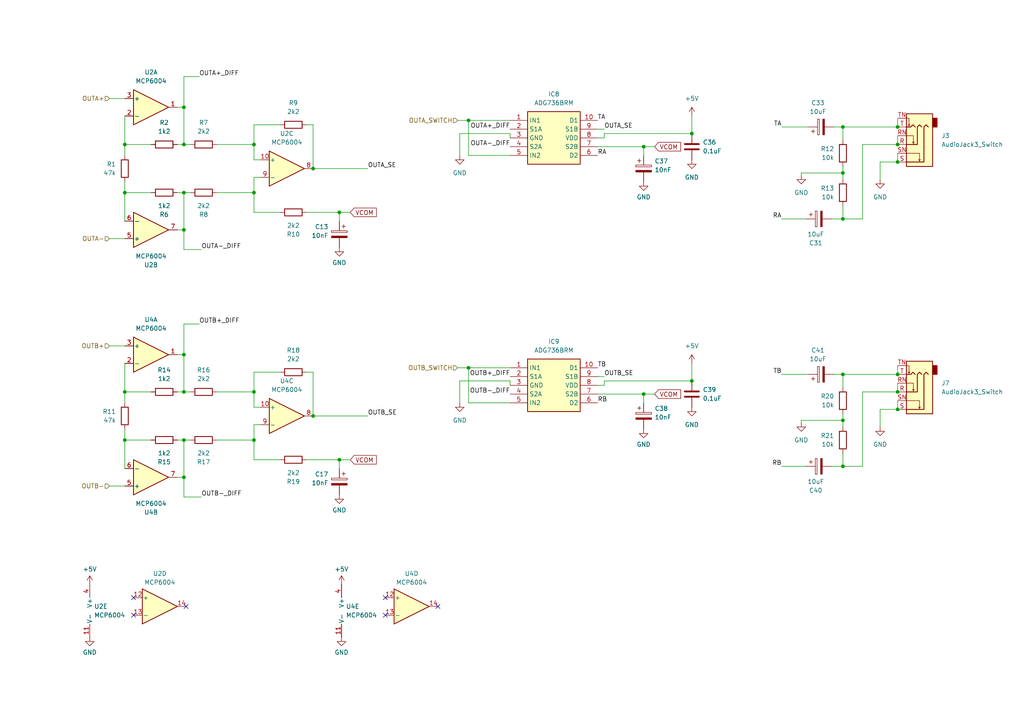
<source format=kicad_sch>
(kicad_sch (version 20230121) (generator eeschema)
  (paper "A4")
  (lib_symbols
    (symbol "Amplifier_Operational:MCP6004" (pin_names (offset 0.127))
      (property "Reference" "U" (at 0 5.08 0))
      (property "Value" "MCP6004" (at 0 -5.08 0))
      (symbol "MCP6004_1_1"
        (polyline (pts (xy -5.08 5.08) (xy 5.08 0) (xy -5.08 -5.08) (xy -5.08 5.08)) (stroke (width 0.254)) (fill (type background)))
        (pin output line (at 7.62 0 180) (length 2.54) (name "~") (number "1"))
        (pin input line (at -7.62 -2.54 0) (length 2.54) (name "-") (number "2"))
        (pin input line (at -7.62 2.54 0) (length 2.54) (name "+") (number "3"))
      )
      (symbol "MCP6004_2_1"
        (polyline (pts (xy -5.08 5.08) (xy 5.08 0) (xy -5.08 -5.08) (xy -5.08 5.08)) (stroke (width 0.254)) (fill (type background)))
        (pin input line (at -7.62 2.54 0) (length 2.54) (name "+") (number "5"))
        (pin input line (at -7.62 -2.54 0) (length 2.54) (name "-") (number "6"))
        (pin output line (at 7.62 0 180) (length 2.54) (name "~") (number "7"))
      )
      (symbol "MCP6004_3_1"
        (polyline (pts (xy -5.08 5.08) (xy 5.08 0) (xy -5.08 -5.08) (xy -5.08 5.08)) (stroke (width 0.254)) (fill (type background)))
        (pin input line (at -7.62 2.54 0) (length 2.54) (name "+") (number "10"))
        (pin output line (at 7.62 0 180) (length 2.54) (name "~") (number "8"))
        (pin input line (at -7.62 -2.54 0) (length 2.54) (name "-") (number "9"))
      )
      (symbol "MCP6004_4_1"
        (polyline (pts (xy -5.08 5.08) (xy 5.08 0) (xy -5.08 -5.08) (xy -5.08 5.08)) (stroke (width 0.254)) (fill (type background)))
        (pin input line (at -7.62 2.54 0) (length 2.54) (name "+") (number "12"))
        (pin input line (at -7.62 -2.54 0) (length 2.54) (name "-") (number "13"))
        (pin output line (at 7.62 0 180) (length 2.54) (name "~") (number "14"))
      )
      (symbol "MCP6004_5_1"
        (pin power_in line (at -2.54 -7.62 90) (length 3.81) (name "V-") (number "11"))
        (pin power_in line (at -2.54 7.62 270) (length 3.81) (name "V+") (number "4"))
      )
    )
    (symbol "Connector_Audio:AudioJack3_Switch"
      (property "Reference" "J" (at 0 11.43 0))
      (property "Value" "AudioJack3_Switch" (at 0 8.89 0))
      (symbol "AudioJack3_Switch_0_1"
        (rectangle (start -5.08 -5.08) (end -6.35 -7.62) (stroke (width 0.254)) (fill (type outline)))
        (polyline (pts (xy -1.27 4.826) (xy -1.016 4.318)))
        (polyline (pts (xy 0.508 -0.254) (xy 0.762 -0.762)))
        (polyline (pts (xy 1.778 -5.334) (xy 2.032 -5.842)))
        (polyline (pts (xy 0 -5.08) (xy 0.635 -5.715) (xy 1.27 -5.08) (xy 2.54 -5.08)) (stroke (width 0.254)))
        (polyline (pts (xy 2.54 -7.62) (xy 1.778 -7.62) (xy 1.778 -5.334) (xy 1.524 -5.842)))
        (polyline (pts (xy 2.54 -2.54) (xy 0.508 -2.54) (xy 0.508 -0.254) (xy 0.254 -0.762)))
        (polyline (pts (xy 2.54 2.54) (xy -1.27 2.54) (xy -1.27 4.826) (xy -1.524 4.318)))
        (polyline (pts (xy -1.905 -5.08) (xy -1.27 -5.715) (xy -0.635 -5.08) (xy -0.635 0) (xy 2.54 0)) (stroke (width 0.254)))
        (polyline (pts (xy 2.54 5.08) (xy -2.54 5.08) (xy -2.54 -5.08) (xy -3.175 -5.715) (xy -3.81 -5.08)) (stroke (width 0.254)))
        (rectangle (start 2.54 6.35) (end -5.08 -8.89) (stroke (width 0.254)) (fill (type background)))
      )
      (symbol "AudioJack3_Switch_1_1"
        (pin passive line (at 5.08 0 180) (length 2.54) (name "~") (number "R"))
        (pin passive line (at 5.08 -2.54 180) (length 2.54) (name "~") (number "RN"))
        (pin passive line (at 5.08 5.08 180) (length 2.54) (name "~") (number "S"))
        (pin passive line (at 5.08 2.54 180) (length 2.54) (name "~") (number "SN"))
        (pin passive line (at 5.08 -5.08 180) (length 2.54) (name "~") (number "T"))
        (pin passive line (at 5.08 -7.62 180) (length 2.54) (name "~") (number "TN"))
      )
    )
    (symbol "Device:C" (pin_numbers hide) (pin_names (offset 0.254))
      (property "Reference" "C" (at 0.635 2.54 0))
      (property "Value" "C" (at 0.635 -2.54 0))
      (symbol "C_0_1"
        (polyline (pts (xy -2.032 -0.762) (xy 2.032 -0.762)) (stroke (width 0.508)))
        (polyline (pts (xy -2.032 0.762) (xy 2.032 0.762)) (stroke (width 0.508)))
      )
      (symbol "C_1_1"
        (pin passive line (at 0 3.81 270) (length 2.794) (name "~") (number "1"))
        (pin passive line (at 0 -3.81 90) (length 2.794) (name "~") (number "2"))
      )
    )
    (symbol "Device:C_Polarized" (pin_numbers hide) (pin_names (offset 0.254))
      (property "Reference" "C" (at 0.635 2.54 0))
      (property "Value" "C_Polarized" (at 0.635 -2.54 0))
      (symbol "C_Polarized_0_1"
        (rectangle (start -2.286 0.508) (end 2.286 1.016))
        (polyline (pts (xy -1.778 2.286) (xy -0.762 2.286)))
        (polyline (pts (xy -1.27 2.794) (xy -1.27 1.778)))
        (rectangle (start 2.286 -0.508) (end -2.286 -1.016) (fill (type outline)))
      )
      (symbol "C_Polarized_1_1"
        (pin passive line (at 0 3.81 270) (length 2.794) (name "~") (number "1"))
        (pin passive line (at 0 -3.81 90) (length 2.794) (name "~") (number "2"))
      )
    )
    (symbol "Device:R" (pin_numbers hide) (pin_names (offset 0))
      (property "Reference" "R" (at 2.032 0 90))
      (property "Value" "R" (at 0 0 90))
      (symbol "R_0_1"
        (rectangle (start -1.016 -2.54) (end 1.016 2.54) (stroke (width 0.254)))
      )
      (symbol "R_1_1"
        (pin passive line (at 0 3.81 270) (length 1.27) (name "~") (number "1"))
        (pin passive line (at 0 -3.81 90) (length 1.27) (name "~") (number "2"))
      )
    )
    (symbol "SamacSys:ADG736BRM"
      (property "Reference" "IC" (at 21.59 7.62 0))
      (property "Value" "ADG736BRM" (at 21.59 5.08 0))
      (symbol "ADG736BRM_1_1"
        (rectangle (start 5.08 2.54) (end 20.32 -12.7) (stroke (width 0.254)) (fill (type background)))
        (pin passive line (at 0 0 0) (length 5.08) (name "IN1") (number "1"))
        (pin passive line (at 25.4 0 180) (length 5.08) (name "D1") (number "10"))
        (pin passive line (at 0 -2.54 0) (length 5.08) (name "S1A") (number "2"))
        (pin passive line (at 0 -5.08 0) (length 5.08) (name "GND") (number "3"))
        (pin passive line (at 0 -7.62 0) (length 5.08) (name "S2A") (number "4"))
        (pin passive line (at 0 -10.16 0) (length 5.08) (name "IN2") (number "5"))
        (pin passive line (at 25.4 -10.16 180) (length 5.08) (name "D2") (number "6"))
        (pin passive line (at 25.4 -7.62 180) (length 5.08) (name "S2B") (number "7"))
        (pin passive line (at 25.4 -5.08 180) (length 5.08) (name "VDD") (number "8"))
        (pin passive line (at 25.4 -2.54 180) (length 5.08) (name "S1B") (number "9"))
      )
    )
    (symbol "power:+5V" (power) (pin_names (offset 0))
      (property "Value" "+5V" (at 0 3.556 0))
      (symbol "+5V_0_1"
        (polyline (pts (xy -0.762 1.27) (xy 0 2.54)))
        (polyline (pts (xy 0 0) (xy 0 2.54)))
        (polyline (pts (xy 0 2.54) (xy 0.762 1.27)))
      )
      (symbol "+5V_1_1"
        (pin power_in line (at 0 0 90) (length 0) hide (name "+5V") (number "1"))
      )
    )
    (symbol "power:GND" (power) (pin_names (offset 0))
      (property "Value" "GND" (at 0 -3.81 0))
      (symbol "GND_0_1"
        (polyline (pts (xy 0 0) (xy 0 -1.27) (xy 1.27 -1.27) (xy 0 -2.54) (xy -1.27 -1.27) (xy 0 -1.27)))
      )
      (symbol "GND_1_1"
        (pin power_in line (at 0 0 270) (length 0) hide (name "GND") (number "1"))
      )
    )
  )
  (junction (at 244.475 108.585))
  (junction (at 260.35 46.99))
  (junction (at 186.69 42.545))
  (junction (at 73.66 55.88))
  (junction (at 200.66 110.49))
  (junction (at 53.34 138.43))
  (junction (at 260.35 118.745))
  (junction (at 53.34 66.675))
  (junction (at 53.34 113.665))
  (junction (at 36.195 127.635))
  (junction (at 73.66 127.635))
  (junction (at 135.89 34.925))
  (junction (at 260.35 108.585))
  (junction (at 244.475 135.255))
  (junction (at 53.34 55.88))
  (junction (at 53.34 127.635))
  (junction (at 98.425 61.595))
  (junction (at 73.66 41.91))
  (junction (at 36.195 41.91))
  (junction (at 200.66 38.735))
  (junction (at 90.805 48.895))
  (junction (at 244.475 63.5))
  (junction (at 260.35 36.83))
  (junction (at 36.195 55.88))
  (junction (at 135.89 106.68))
  (junction (at 53.34 102.87))
  (junction (at 244.475 50.165))
  (junction (at 73.66 113.665))
  (junction (at 36.195 113.665))
  (junction (at 260.35 113.665))
  (junction (at 244.475 121.92))
  (junction (at 244.475 36.83))
  (junction (at 53.34 41.91))
  (junction (at 53.34 31.115))
  (junction (at 186.69 114.3))
  (junction (at 90.805 120.65))
  (junction (at 260.35 41.91))
  (junction (at 98.425 133.35))
  (no_connect (at 111.76 178.435))
  (no_connect (at 127 175.895))
  (no_connect (at 38.735 178.435))
  (no_connect (at 53.975 175.895))
  (no_connect (at 38.735 173.355))
  (no_connect (at 111.76 173.355))
  (wire (pts (xy 255.27 52.07) (xy 255.27 46.99)))
  (wire (pts (xy 51.435 102.87) (xy 53.34 102.87)))
  (wire (pts (xy 244.475 36.83) (xy 260.35 36.83)))
  (wire (pts (xy 175.26 110.49) (xy 200.66 110.49)))
  (wire (pts (xy 90.805 120.65) (xy 106.68 120.65)))
  (wire (pts (xy 53.34 93.98) (xy 53.34 102.87)))
  (wire (pts (xy 51.435 55.88) (xy 53.34 55.88)))
  (wire (pts (xy 36.195 127.635) (xy 43.815 127.635)))
  (wire (pts (xy 147.955 110.49) (xy 133.35 110.49)))
  (wire (pts (xy 244.475 63.5) (xy 250.19 63.5)))
  (wire (pts (xy 51.435 113.665) (xy 53.34 113.665)))
  (wire (pts (xy 133.35 110.49) (xy 133.35 116.84)))
  (wire (pts (xy 98.425 61.595) (xy 101.6 61.595)))
  (wire (pts (xy 73.66 118.11) (xy 75.565 118.11)))
  (wire (pts (xy 31.75 69.215) (xy 36.195 69.215)))
  (wire (pts (xy 260.35 113.665) (xy 260.35 111.125)))
  (wire (pts (xy 260.35 108.585) (xy 260.35 106.045)))
  (wire (pts (xy 53.34 93.98) (xy 57.785 93.98)))
  (wire (pts (xy 36.195 116.84) (xy 36.195 113.665)))
  (wire (pts (xy 73.66 55.88) (xy 62.865 55.88)))
  (wire (pts (xy 73.66 51.435) (xy 73.66 55.88)))
  (wire (pts (xy 135.89 106.68) (xy 147.955 106.68)))
  (wire (pts (xy 173.355 42.545) (xy 186.69 42.545)))
  (wire (pts (xy 73.66 36.195) (xy 73.66 41.91)))
  (wire (pts (xy 73.66 41.91) (xy 73.66 46.355)))
  (wire (pts (xy 241.3 135.255) (xy 244.475 135.255)))
  (wire (pts (xy 132.715 106.68) (xy 135.89 106.68)))
  (wire (pts (xy 36.195 45.085) (xy 36.195 41.91)))
  (wire (pts (xy 244.475 120.015) (xy 244.475 121.92)))
  (wire (pts (xy 244.475 36.83) (xy 244.475 40.64)))
  (wire (pts (xy 90.805 36.195) (xy 90.805 48.895)))
  (wire (pts (xy 200.66 110.49) (xy 200.66 105.41)))
  (wire (pts (xy 175.26 111.76) (xy 173.355 111.76)))
  (wire (pts (xy 31.75 100.33) (xy 36.195 100.33)))
  (wire (pts (xy 244.475 131.445) (xy 244.475 135.255)))
  (wire (pts (xy 186.69 114.3) (xy 189.865 114.3)))
  (wire (pts (xy 232.41 50.165) (xy 244.475 50.165)))
  (wire (pts (xy 260.35 41.91) (xy 260.35 39.37)))
  (wire (pts (xy 241.935 36.83) (xy 244.475 36.83)))
  (wire (pts (xy 53.34 22.225) (xy 53.34 31.115)))
  (wire (pts (xy 53.34 22.225) (xy 57.785 22.225)))
  (wire (pts (xy 62.865 41.91) (xy 73.66 41.91)))
  (wire (pts (xy 53.34 41.91) (xy 55.245 41.91)))
  (wire (pts (xy 186.69 114.3) (xy 186.69 116.84)))
  (wire (pts (xy 175.26 38.735) (xy 175.26 40.005)))
  (wire (pts (xy 200.66 38.735) (xy 200.66 33.655)))
  (wire (pts (xy 36.195 33.655) (xy 36.195 41.91)))
  (wire (pts (xy 51.435 41.91) (xy 53.34 41.91)))
  (wire (pts (xy 36.195 41.91) (xy 43.815 41.91)))
  (wire (pts (xy 173.355 37.465) (xy 175.26 37.465)))
  (wire (pts (xy 244.475 121.92) (xy 244.475 123.825)))
  (wire (pts (xy 31.75 28.575) (xy 36.195 28.575)))
  (wire (pts (xy 132.715 34.925) (xy 135.89 34.925)))
  (wire (pts (xy 51.435 31.115) (xy 53.34 31.115)))
  (wire (pts (xy 51.435 127.635) (xy 53.34 127.635)))
  (wire (pts (xy 244.475 50.165) (xy 244.475 52.07)))
  (wire (pts (xy 135.89 116.84) (xy 135.89 106.68)))
  (wire (pts (xy 51.435 138.43) (xy 53.34 138.43)))
  (wire (pts (xy 186.69 42.545) (xy 189.865 42.545)))
  (wire (pts (xy 36.195 127.635) (xy 36.195 135.89)))
  (wire (pts (xy 175.26 38.735) (xy 200.66 38.735)))
  (wire (pts (xy 53.34 127.635) (xy 55.245 127.635)))
  (wire (pts (xy 73.66 61.595) (xy 73.66 55.88)))
  (wire (pts (xy 51.435 66.675) (xy 53.34 66.675)))
  (wire (pts (xy 36.195 55.88) (xy 36.195 64.135)))
  (wire (pts (xy 90.805 48.895) (xy 106.68 48.895)))
  (wire (pts (xy 186.69 42.545) (xy 186.69 45.085)))
  (wire (pts (xy 53.34 127.635) (xy 53.34 138.43)))
  (wire (pts (xy 53.34 72.39) (xy 58.42 72.39)))
  (wire (pts (xy 53.34 102.87) (xy 53.34 113.665)))
  (wire (pts (xy 226.695 108.585) (xy 234.315 108.585)))
  (wire (pts (xy 147.955 38.735) (xy 133.35 38.735)))
  (wire (pts (xy 244.475 135.255) (xy 250.19 135.255)))
  (wire (pts (xy 73.66 133.35) (xy 73.66 127.635)))
  (wire (pts (xy 250.19 113.665) (xy 260.35 113.665)))
  (wire (pts (xy 226.695 135.255) (xy 233.68 135.255)))
  (wire (pts (xy 135.89 45.085) (xy 147.955 45.085)))
  (wire (pts (xy 36.195 113.665) (xy 43.815 113.665)))
  (wire (pts (xy 90.805 107.95) (xy 90.805 120.65)))
  (wire (pts (xy 53.34 138.43) (xy 53.34 144.145)))
  (wire (pts (xy 135.89 116.84) (xy 147.955 116.84)))
  (wire (pts (xy 255.27 46.99) (xy 260.35 46.99)))
  (wire (pts (xy 135.89 34.925) (xy 147.955 34.925)))
  (wire (pts (xy 73.66 123.19) (xy 73.66 127.635)))
  (wire (pts (xy 135.89 45.085) (xy 135.89 34.925)))
  (wire (pts (xy 36.195 52.705) (xy 36.195 55.88)))
  (wire (pts (xy 244.475 108.585) (xy 244.475 112.395)))
  (wire (pts (xy 98.425 61.595) (xy 88.9 61.595)))
  (wire (pts (xy 36.195 55.88) (xy 43.815 55.88)))
  (wire (pts (xy 250.19 41.91) (xy 260.35 41.91)))
  (wire (pts (xy 244.475 48.26) (xy 244.475 50.165)))
  (wire (pts (xy 147.955 110.49) (xy 147.955 111.76)))
  (wire (pts (xy 73.66 51.435) (xy 75.565 51.435)))
  (wire (pts (xy 255.27 123.825) (xy 255.27 118.745)))
  (wire (pts (xy 175.26 40.005) (xy 173.355 40.005)))
  (wire (pts (xy 226.695 63.5) (xy 233.68 63.5)))
  (wire (pts (xy 250.19 41.91) (xy 250.19 63.5)))
  (wire (pts (xy 232.41 121.92) (xy 232.41 122.555)))
  (wire (pts (xy 73.66 127.635) (xy 62.865 127.635)))
  (wire (pts (xy 98.425 61.595) (xy 98.425 64.135)))
  (wire (pts (xy 250.19 113.665) (xy 250.19 135.255)))
  (wire (pts (xy 175.26 110.49) (xy 175.26 111.76)))
  (wire (pts (xy 241.3 63.5) (xy 244.475 63.5)))
  (wire (pts (xy 147.955 38.735) (xy 147.955 40.005)))
  (wire (pts (xy 81.28 133.35) (xy 73.66 133.35)))
  (wire (pts (xy 88.9 36.195) (xy 90.805 36.195)))
  (wire (pts (xy 133.35 38.735) (xy 133.35 45.085)))
  (wire (pts (xy 260.35 46.99) (xy 260.35 44.45)))
  (wire (pts (xy 73.66 123.19) (xy 75.565 123.19)))
  (wire (pts (xy 255.27 118.745) (xy 260.35 118.745)))
  (wire (pts (xy 53.34 113.665) (xy 55.245 113.665)))
  (wire (pts (xy 53.34 55.88) (xy 55.245 55.88)))
  (wire (pts (xy 241.935 108.585) (xy 244.475 108.585)))
  (wire (pts (xy 244.475 108.585) (xy 260.35 108.585)))
  (wire (pts (xy 73.66 107.95) (xy 73.66 113.665)))
  (wire (pts (xy 98.425 133.35) (xy 88.9 133.35)))
  (wire (pts (xy 81.28 107.95) (xy 73.66 107.95)))
  (wire (pts (xy 62.865 113.665) (xy 73.66 113.665)))
  (wire (pts (xy 53.34 144.145) (xy 58.42 144.145)))
  (wire (pts (xy 244.475 59.69) (xy 244.475 63.5)))
  (wire (pts (xy 73.66 46.355) (xy 75.565 46.355)))
  (wire (pts (xy 232.41 121.92) (xy 244.475 121.92)))
  (wire (pts (xy 232.41 50.165) (xy 232.41 50.8)))
  (wire (pts (xy 226.695 36.83) (xy 234.315 36.83)))
  (wire (pts (xy 173.355 109.22) (xy 175.26 109.22)))
  (wire (pts (xy 260.35 36.83) (xy 260.35 34.29)))
  (wire (pts (xy 81.28 61.595) (xy 73.66 61.595)))
  (wire (pts (xy 31.75 140.97) (xy 36.195 140.97)))
  (wire (pts (xy 260.35 118.745) (xy 260.35 116.205)))
  (wire (pts (xy 36.195 105.41) (xy 36.195 113.665)))
  (wire (pts (xy 173.355 114.3) (xy 186.69 114.3)))
  (wire (pts (xy 98.425 133.35) (xy 98.425 135.89)))
  (wire (pts (xy 36.195 124.46) (xy 36.195 127.635)))
  (wire (pts (xy 53.34 55.88) (xy 53.34 66.675)))
  (wire (pts (xy 81.28 36.195) (xy 73.66 36.195)))
  (wire (pts (xy 53.34 66.675) (xy 53.34 72.39)))
  (wire (pts (xy 98.425 133.35) (xy 101.6 133.35)))
  (wire (pts (xy 73.66 113.665) (xy 73.66 118.11)))
  (wire (pts (xy 53.34 31.115) (xy 53.34 41.91)))
  (wire (pts (xy 88.9 107.95) (xy 90.805 107.95)))
  (label "OUTB-_DIFF" (at 58.42 144.145 0))
  (label "OUTA+_DIFF" (at 57.785 22.225 0))
  (label "OUTB_SE" (at 175.26 109.22 0))
  (label "OUTB_SE" (at 106.68 120.65 0))
  (label "RB" (at 226.695 135.255 180))
  (label "TB" (at 173.355 106.68 0))
  (label "TA" (at 226.695 36.83 180))
  (label "OUTA_SE" (at 106.68 48.895 0))
  (label "OUTB-_DIFF" (at 147.955 114.3 180))
  (label "RB" (at 173.355 116.84 0))
  (label "TA" (at 173.355 34.925 0))
  (label "RA" (at 173.355 45.085 0))
  (label "OUTB+_DIFF" (at 57.785 93.98 0))
  (label "TB" (at 226.695 108.585 180))
  (label "OUTA-_DIFF" (at 147.955 42.545 180))
  (label "OUTB+_DIFF" (at 147.955 109.22 180))
  (label "OUTA+_DIFF" (at 147.955 37.465 180))
  (label "OUTA_SE" (at 175.26 37.465 0))
  (label "RA" (at 226.695 63.5 180))
  (label "OUTA-_DIFF" (at 58.42 72.39 0))
  (global_label "VCOM" (shape input) (at 101.6 61.595 0) (property "Intersheetrefs" "${INTERSHEET_REFS}" (effects hide)))
  (global_label "VCOM" (shape input) (at 189.865 42.545 0) (property "Intersheetrefs" "${INTERSHEET_REFS}" (effects hide)))
  (global_label "VCOM" (shape input) (at 189.865 114.3 0) (property "Intersheetrefs" "${INTERSHEET_REFS}" (effects hide)))
  (global_label "VCOM" (shape input) (at 101.6 133.35 0) (property "Intersheetrefs" "${INTERSHEET_REFS}" (effects hide)))
  (hierarchical_label "OUTB-" (shape input) (at 31.75 140.97 180))
  (hierarchical_label "OUTA_SWITCH" (shape input) (at 132.715 34.925 180))
  (hierarchical_label "OUTA-" (shape input) (at 31.75 69.215 180))
  (hierarchical_label "OUTA+" (shape input) (at 31.75 28.575 180))
  (hierarchical_label "OUTB_SWITCH" (shape input) (at 132.715 106.68 180))
  (hierarchical_label "OUTB+" (shape input) (at 31.75 100.33 180))
  (symbol (lib_id "Device:R") (at 47.625 113.665 90) (unit 1)
    (property "Reference" "R14" (at 47.625 107.315 90))
    (property "Value" "1k2" (at 47.625 109.855 90))
  )
  (symbol (lib_id "Device:R") (at 59.055 127.635 90) (mirror x) (unit 1)
    (property "Reference" "R17" (at 59.055 133.985 90))
    (property "Value" "2k2" (at 59.055 131.445 90))
  )
  (symbol (lib_id "Amplifier_Operational:MCP6004") (at 43.815 31.115 0) (unit 1)
    (property "Reference" "U2" (at 43.815 20.955 0))
    (property "Value" "MCP6004" (at 43.815 23.495 0))
    (property "Datasheet" "http://ww1.microchip.com/downloads/en/DeviceDoc/21733j.pdf" (effects hide))
  )
  (symbol (lib_id "power:GND") (at 255.27 123.825 0) (mirror y) (unit 1)
    (property "Reference" "#PWR0114" (effects hide))
    (property "Value" "GND" (at 255.27 128.905 0))
  )
  (symbol (lib_id "Device:R") (at 59.055 41.91 90) (unit 1)
    (property "Reference" "R7" (at 59.055 35.56 90))
    (property "Value" "2k2" (at 59.055 38.1 90))
  )
  (symbol (lib_id "Amplifier_Operational:MCP6004") (at 83.185 120.65 0) (unit 3)
    (property "Reference" "U4" (at 83.185 110.49 0))
    (property "Value" "MCP6004" (at 83.185 113.03 0))
    (property "Datasheet" "http://ww1.microchip.com/downloads/en/DeviceDoc/21733j.pdf" (effects hide))
  )
  (symbol (lib_id "Device:R") (at 47.625 41.91 90) (unit 1)
    (property "Reference" "R2" (at 47.625 35.56 90))
    (property "Value" "1k2" (at 47.625 38.1 90))
  )
  (symbol (lib_id "power:+5V") (at 99.06 169.545 0) (unit 1)
    (property "Reference" "#PWR036" (effects hide))
    (property "Value" "+5V" (at 99.06 165.1 0))
  )
  (symbol (lib_id "Connector_Audio:AudioJack3_Switch") (at 265.43 113.665 180) (unit 1)
    (property "Reference" "J7" (at 273.05 111.125 0) (effects (justify right)))
    (property "Value" "AudioJack3_Switch" (at 273.05 113.665 0) (effects (justify right)))
  )
  (symbol (lib_id "Device:C_Polarized") (at 186.69 48.895 0) (unit 1)
    (property "Reference" "C37" (at 189.865 46.736 0) (effects (justify left)))
    (property "Value" "10nF" (at 189.865 49.276 0) (effects (justify left)))
  )
  (symbol (lib_id "Amplifier_Operational:MCP6004") (at 43.815 138.43 0) (mirror x) (unit 2)
    (property "Reference" "U4" (at 43.815 148.59 0))
    (property "Value" "MCP6004" (at 43.815 146.05 0))
    (property "Datasheet" "http://ww1.microchip.com/downloads/en/DeviceDoc/21733j.pdf" (effects hide))
  )
  (symbol (lib_id "Device:C_Polarized") (at 186.69 120.65 0) (unit 1)
    (property "Reference" "C38" (at 189.865 118.491 0) (effects (justify left)))
    (property "Value" "10nF" (at 189.865 121.031 0) (effects (justify left)))
  )
  (symbol (lib_id "Device:C_Polarized") (at 98.425 139.7 0) (mirror y) (unit 1)
    (property "Reference" "C17" (at 95.25 137.541 0) (effects (justify left)))
    (property "Value" "10nF" (at 95.25 140.081 0) (effects (justify left)))
  )
  (symbol (lib_id "Device:R") (at 47.625 55.88 90) (mirror x) (unit 1)
    (property "Reference" "R6" (at 47.625 62.23 90))
    (property "Value" "1k2" (at 47.625 59.69 90))
  )
  (symbol (lib_id "power:GND") (at 26.035 184.785 0) (unit 1)
    (property "Reference" "#PWR028" (effects hide))
    (property "Value" "GND" (at 26.035 189.23 0))
  )
  (symbol (lib_id "power:GND") (at 200.66 46.355 0) (unit 1)
    (property "Reference" "#PWR042" (effects hide))
    (property "Value" "GND" (at 200.66 51.435 0))
  )
  (symbol (lib_id "Device:R") (at 59.055 113.665 90) (unit 1)
    (property "Reference" "R16" (at 59.055 107.315 90))
    (property "Value" "2k2" (at 59.055 109.855 90))
  )
  (symbol (lib_id "power:+5V") (at 200.66 105.41 0) (unit 1)
    (property "Reference" "#PWR077" (effects hide))
    (property "Value" "+5V" (at 200.66 100.33 0))
  )
  (symbol (lib_id "Device:C_Polarized") (at 237.49 63.5 90) (mirror x) (unit 1)
    (property "Reference" "C31" (at 236.601 70.485 90))
    (property "Value" "10uF" (at 236.601 67.945 90))
  )
  (symbol (lib_id "Device:C_Polarized") (at 238.125 36.83 90) (unit 1)
    (property "Reference" "C33" (at 237.236 29.845 90))
    (property "Value" "10uF" (at 237.236 32.385 90))
  )
  (symbol (lib_id "Device:R") (at 36.195 48.895 0) (mirror y) (unit 1)
    (property "Reference" "R1" (at 33.655 47.625 0) (effects (justify left)))
    (property "Value" "47k" (at 33.655 50.165 0) (effects (justify left)))
  )
  (symbol (lib_id "Amplifier_Operational:MCP6004") (at 119.38 175.895 0) (unit 4)
    (property "Reference" "U4" (at 119.38 166.37 0))
    (property "Value" "MCP6004" (at 119.38 168.91 0))
    (property "Datasheet" "http://ww1.microchip.com/downloads/en/DeviceDoc/21733j.pdf" (effects hide))
  )
  (symbol (lib_id "Device:R") (at 85.09 133.35 90) (mirror x) (unit 1)
    (property "Reference" "R19" (at 85.09 139.7 90))
    (property "Value" "2k2" (at 85.09 137.16 90))
  )
  (symbol (lib_id "power:GND") (at 99.06 184.785 0) (unit 1)
    (property "Reference" "#PWR037" (effects hide))
    (property "Value" "GND" (at 99.06 189.23 0))
  )
  (symbol (lib_id "Device:R") (at 244.475 55.88 0) (mirror y) (unit 1)
    (property "Reference" "R13" (at 241.935 54.61 0) (effects (justify left)))
    (property "Value" "10k" (at 241.935 57.15 0) (effects (justify left)))
  )
  (symbol (lib_id "Device:R") (at 244.475 116.205 0) (mirror y) (unit 1)
    (property "Reference" "R20" (at 241.935 114.935 0) (effects (justify left)))
    (property "Value" "10k" (at 241.935 117.475 0) (effects (justify left)))
  )
  (symbol (lib_id "power:+5V") (at 200.66 33.655 0) (unit 1)
    (property "Reference" "#PWR041" (effects hide))
    (property "Value" "+5V" (at 200.66 28.575 0))
  )
  (symbol (lib_id "Amplifier_Operational:MCP6004") (at 101.6 177.165 0) (unit 5)
    (property "Reference" "U4" (at 100.33 175.895 0) (effects (justify left)))
    (property "Value" "MCP6004" (at 100.33 178.435 0) (effects (justify left)))
    (property "Datasheet" "http://ww1.microchip.com/downloads/en/DeviceDoc/21733j.pdf" (effects hide))
  )
  (symbol (lib_id "Device:R") (at 244.475 127.635 0) (mirror y) (unit 1)
    (property "Reference" "R21" (at 241.935 126.365 0) (effects (justify left)))
    (property "Value" "10k" (at 241.935 128.905 0) (effects (justify left)))
  )
  (symbol (lib_id "Amplifier_Operational:MCP6004") (at 43.815 102.87 0) (unit 1)
    (property "Reference" "U4" (at 43.815 92.71 0))
    (property "Value" "MCP6004" (at 43.815 95.25 0))
    (property "Datasheet" "http://ww1.microchip.com/downloads/en/DeviceDoc/21733j.pdf" (effects hide))
  )
  (symbol (lib_id "Device:R") (at 47.625 127.635 90) (mirror x) (unit 1)
    (property "Reference" "R15" (at 47.625 133.985 90))
    (property "Value" "1k2" (at 47.625 131.445 90))
  )
  (symbol (lib_id "Device:R") (at 85.09 107.95 90) (unit 1)
    (property "Reference" "R18" (at 85.09 101.6 90))
    (property "Value" "2k2" (at 85.09 104.14 90))
  )
  (symbol (lib_id "Device:C_Polarized") (at 238.125 108.585 90) (unit 1)
    (property "Reference" "C41" (at 237.236 101.6 90))
    (property "Value" "10uF" (at 237.236 104.14 90))
  )
  (symbol (lib_id "power:GND") (at 133.35 45.085 0) (unit 1)
    (property "Reference" "#PWR040" (effects hide))
    (property "Value" "GND" (at 133.35 50.165 0))
  )
  (symbol (lib_id "power:GND") (at 98.425 143.51 0) (unit 1)
    (property "Reference" "#PWR043" (effects hide))
    (property "Value" "GND" (at 98.425 147.955 0))
  )
  (symbol (lib_id "Device:R") (at 244.475 44.45 0) (mirror y) (unit 1)
    (property "Reference" "R12" (at 241.935 43.18 0) (effects (justify left)))
    (property "Value" "10k" (at 241.935 45.72 0) (effects (justify left)))
  )
  (symbol (lib_id "power:GND") (at 98.425 71.755 0) (unit 1)
    (property "Reference" "#PWR034" (effects hide))
    (property "Value" "GND" (at 98.425 76.2 0))
  )
  (symbol (lib_id "Amplifier_Operational:MCP6004") (at 46.355 175.895 0) (unit 4)
    (property "Reference" "U2" (at 46.355 166.37 0))
    (property "Value" "MCP6004" (at 46.355 168.91 0))
    (property "Datasheet" "http://ww1.microchip.com/downloads/en/DeviceDoc/21733j.pdf" (effects hide))
  )
  (symbol (lib_id "Device:C") (at 200.66 114.3 0) (unit 1)
    (property "Reference" "C39" (at 203.835 113.03 0) (effects (justify left)))
    (property "Value" "0.1uF" (at 203.835 115.57 0) (effects (justify left)))
  )
  (symbol (lib_id "Amplifier_Operational:MCP6004") (at 28.575 177.165 0) (unit 5)
    (property "Reference" "U2" (at 27.305 175.895 0) (effects (justify left)))
    (property "Value" "MCP6004" (at 27.305 178.435 0) (effects (justify left)))
    (property "Datasheet" "http://ww1.microchip.com/downloads/en/DeviceDoc/21733j.pdf" (effects hide))
  )
  (symbol (lib_id "power:+5V") (at 26.035 169.545 0) (unit 1)
    (property "Reference" "#PWR027" (effects hide))
    (property "Value" "+5V" (at 26.035 165.1 0))
  )
  (symbol (lib_id "SamacSys:ADG736BRM") (at 147.955 106.68 0) (unit 1)
    (property "Reference" "IC9" (at 160.655 99.06 0))
    (property "Value" "ADG736BRM" (at 160.655 101.6 0))
    (property "Footprint" "SOP50P490X110-10N" (effects hide))
    (property "Datasheet" "https://www.arrow.com/en/products/adg736brm/analog-devices?region=nac" (effects hide))
    (property "Height" "1.1" (effects hide))
    (property "Manufacturer_Name" "Analog Devices" (effects hide))
    (property "Manufacturer_Part_Number" "ADG736BRM" (effects hide))
    (property "Arrow Part Number" "ADG736BRM" (effects hide))
    (property "Arrow Price/Stock" "https://www.arrow.com/en/products/adg736brm/analog-devices?region=nac" (effects hide))
  )
  (symbol (lib_id "Device:C") (at 200.66 42.545 0) (unit 1)
    (property "Reference" "C36" (at 203.835 41.275 0) (effects (justify left)))
    (property "Value" "0.1uF" (at 203.835 43.815 0) (effects (justify left)))
  )
  (symbol (lib_id "power:GND") (at 186.69 52.705 0) (unit 1)
    (property "Reference" "#PWR044" (effects hide))
    (property "Value" "GND" (at 186.69 57.15 0))
  )
  (symbol (lib_id "Device:R") (at 85.09 61.595 90) (mirror x) (unit 1)
    (property "Reference" "R10" (at 85.09 67.945 90))
    (property "Value" "2k2" (at 85.09 65.405 90))
  )
  (symbol (lib_id "Device:C_Polarized") (at 237.49 135.255 90) (mirror x) (unit 1)
    (property "Reference" "C40" (at 236.601 142.24 90))
    (property "Value" "10uF" (at 236.601 139.7 90))
  )
  (symbol (lib_id "Amplifier_Operational:MCP6004") (at 83.185 48.895 0) (unit 3)
    (property "Reference" "U2" (at 83.185 38.735 0))
    (property "Value" "MCP6004" (at 83.185 41.275 0))
    (property "Datasheet" "http://ww1.microchip.com/downloads/en/DeviceDoc/21733j.pdf" (effects hide))
  )
  (symbol (lib_id "Device:C_Polarized") (at 98.425 67.945 0) (mirror y) (unit 1)
    (property "Reference" "C13" (at 95.25 65.786 0) (effects (justify left)))
    (property "Value" "10nF" (at 95.25 68.326 0) (effects (justify left)))
  )
  (symbol (lib_id "power:GND") (at 186.69 124.46 0) (unit 1)
    (property "Reference" "#PWR051" (effects hide))
    (property "Value" "GND" (at 186.69 128.905 0))
  )
  (symbol (lib_id "power:GND") (at 232.41 50.8 0) (unit 1)
    (property "Reference" "#PWR038" (effects hide))
    (property "Value" "GND" (at 232.41 55.88 0))
  )
  (symbol (lib_id "power:GND") (at 133.35 116.84 0) (unit 1)
    (property "Reference" "#PWR049" (effects hide))
    (property "Value" "GND" (at 133.35 121.92 0))
  )
  (symbol (lib_id "power:GND") (at 200.66 118.11 0) (unit 1)
    (property "Reference" "#PWR0112" (effects hide))
    (property "Value" "GND" (at 200.66 123.19 0))
  )
  (symbol (lib_id "Device:R") (at 59.055 55.88 90) (mirror x) (unit 1)
    (property "Reference" "R8" (at 59.055 62.23 90))
    (property "Value" "2k2" (at 59.055 59.69 90))
  )
  (symbol (lib_id "Amplifier_Operational:MCP6004") (at 43.815 66.675 0) (mirror x) (unit 2)
    (property "Reference" "U2" (at 43.815 76.835 0))
    (property "Value" "MCP6004" (at 43.815 74.295 0))
    (property "Datasheet" "http://ww1.microchip.com/downloads/en/DeviceDoc/21733j.pdf" (effects hide))
  )
  (symbol (lib_id "power:GND") (at 232.41 122.555 0) (unit 1)
    (property "Reference" "#PWR0113" (effects hide))
    (property "Value" "GND" (at 232.41 127.635 0))
  )
  (symbol (lib_id "Connector_Audio:AudioJack3_Switch") (at 265.43 41.91 180) (unit 1)
    (property "Reference" "J3" (at 273.05 39.37 0) (effects (justify right)))
    (property "Value" "AudioJack3_Switch" (at 273.05 41.91 0) (effects (justify right)))
  )
  (symbol (lib_id "Device:R") (at 36.195 120.65 0) (mirror y) (unit 1)
    (property "Reference" "R11" (at 33.655 119.38 0) (effects (justify left)))
    (property "Value" "47k" (at 33.655 121.92 0) (effects (justify left)))
  )
  (symbol (lib_id "Device:R") (at 85.09 36.195 90) (unit 1)
    (property "Reference" "R9" (at 85.09 29.845 90))
    (property "Value" "2k2" (at 85.09 32.385 90))
  )
  (symbol (lib_id "SamacSys:ADG736BRM") (at 147.955 34.925 0) (unit 1)
    (property "Reference" "IC8" (at 160.655 27.305 0))
    (property "Value" "ADG736BRM" (at 160.655 29.845 0))
    (property "Footprint" "SOP50P490X110-10N" (effects hide))
    (property "Datasheet" "https://www.arrow.com/en/products/adg736brm/analog-devices?region=nac" (effects hide))
    (property "Height" "1.1" (effects hide))
    (property "Manufacturer_Name" "Analog Devices" (effects hide))
    (property "Manufacturer_Part_Number" "ADG736BRM" (effects hide))
    (property "Arrow Part Number" "ADG736BRM" (effects hide))
    (property "Arrow Price/Stock" "https://www.arrow.com/en/products/adg736brm/analog-devices?region=nac" (effects hide))
  )
  (symbol (lib_id "power:GND") (at 255.27 52.07 0) (mirror y) (unit 1)
    (property "Reference" "#PWR039" (effects hide))
    (property "Value" "GND" (at 255.27 57.15 0))
  )
)
</source>
